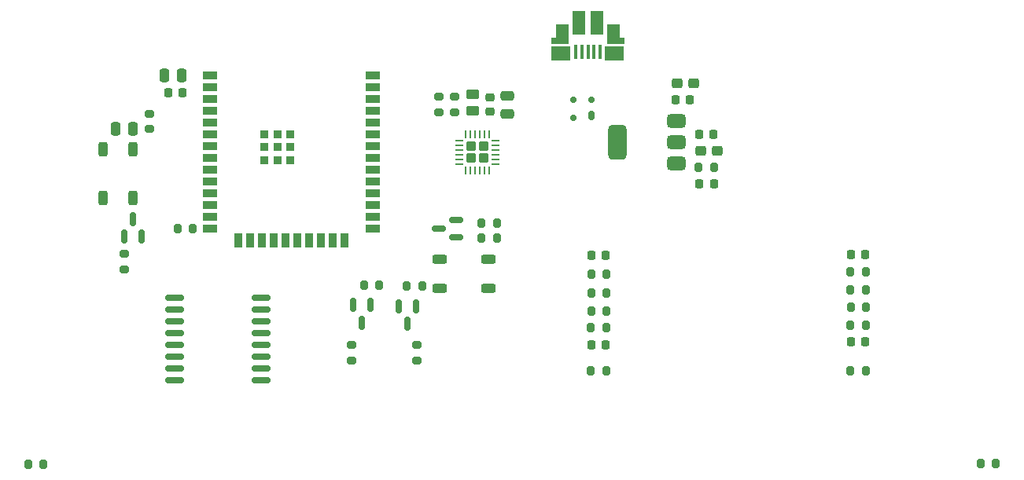
<source format=gbr>
%TF.GenerationSoftware,KiCad,Pcbnew,9.0.2*%
%TF.CreationDate,2025-08-22T17:17:19-07:00*%
%TF.ProjectId,RC,52432e6b-6963-4616-945f-706362585858,rev?*%
%TF.SameCoordinates,Original*%
%TF.FileFunction,Paste,Top*%
%TF.FilePolarity,Positive*%
%FSLAX46Y46*%
G04 Gerber Fmt 4.6, Leading zero omitted, Abs format (unit mm)*
G04 Created by KiCad (PCBNEW 9.0.2) date 2025-08-22 17:17:19*
%MOMM*%
%LPD*%
G01*
G04 APERTURE LIST*
G04 Aperture macros list*
%AMRoundRect*
0 Rectangle with rounded corners*
0 $1 Rounding radius*
0 $2 $3 $4 $5 $6 $7 $8 $9 X,Y pos of 4 corners*
0 Add a 4 corners polygon primitive as box body*
4,1,4,$2,$3,$4,$5,$6,$7,$8,$9,$2,$3,0*
0 Add four circle primitives for the rounded corners*
1,1,$1+$1,$2,$3*
1,1,$1+$1,$4,$5*
1,1,$1+$1,$6,$7*
1,1,$1+$1,$8,$9*
0 Add four rect primitives between the rounded corners*
20,1,$1+$1,$2,$3,$4,$5,0*
20,1,$1+$1,$4,$5,$6,$7,0*
20,1,$1+$1,$6,$7,$8,$9,0*
20,1,$1+$1,$8,$9,$2,$3,0*%
G04 Aperture macros list end*
%ADD10RoundRect,0.150000X-0.150000X0.587500X-0.150000X-0.587500X0.150000X-0.587500X0.150000X0.587500X0*%
%ADD11RoundRect,0.150000X0.150000X-0.587500X0.150000X0.587500X-0.150000X0.587500X-0.150000X-0.587500X0*%
%ADD12RoundRect,0.150000X0.587500X0.150000X-0.587500X0.150000X-0.587500X-0.150000X0.587500X-0.150000X0*%
%ADD13RoundRect,0.225000X-0.225000X-0.250000X0.225000X-0.250000X0.225000X0.250000X-0.225000X0.250000X0*%
%ADD14RoundRect,0.250000X-0.320000X-0.295000X0.320000X-0.295000X0.320000X0.295000X-0.320000X0.295000X0*%
%ADD15RoundRect,0.200000X-0.200000X-0.275000X0.200000X-0.275000X0.200000X0.275000X-0.200000X0.275000X0*%
%ADD16RoundRect,0.250000X0.250000X0.475000X-0.250000X0.475000X-0.250000X-0.475000X0.250000X-0.475000X0*%
%ADD17RoundRect,0.200000X-0.275000X0.200000X-0.275000X-0.200000X0.275000X-0.200000X0.275000X0.200000X0*%
%ADD18RoundRect,0.250000X0.275000X0.275000X-0.275000X0.275000X-0.275000X-0.275000X0.275000X-0.275000X0*%
%ADD19RoundRect,0.062500X0.350000X0.062500X-0.350000X0.062500X-0.350000X-0.062500X0.350000X-0.062500X0*%
%ADD20RoundRect,0.062500X0.062500X0.350000X-0.062500X0.350000X-0.062500X-0.350000X0.062500X-0.350000X0*%
%ADD21RoundRect,0.200000X0.200000X0.275000X-0.200000X0.275000X-0.200000X-0.275000X0.200000X-0.275000X0*%
%ADD22RoundRect,0.375000X0.625000X0.375000X-0.625000X0.375000X-0.625000X-0.375000X0.625000X-0.375000X0*%
%ADD23RoundRect,0.500000X0.500000X1.400000X-0.500000X1.400000X-0.500000X-1.400000X0.500000X-1.400000X0*%
%ADD24RoundRect,0.150000X-0.875000X-0.150000X0.875000X-0.150000X0.875000X0.150000X-0.875000X0.150000X0*%
%ADD25RoundRect,0.250000X-0.525000X-0.250000X0.525000X-0.250000X0.525000X0.250000X-0.525000X0.250000X0*%
%ADD26RoundRect,0.250000X-0.450000X0.262500X-0.450000X-0.262500X0.450000X-0.262500X0.450000X0.262500X0*%
%ADD27RoundRect,0.250000X-0.250000X0.525000X-0.250000X-0.525000X0.250000X-0.525000X0.250000X0.525000X0*%
%ADD28R,1.500000X0.900000*%
%ADD29R,0.900000X1.500000*%
%ADD30R,0.900000X0.900000*%
%ADD31RoundRect,0.225000X0.250000X-0.225000X0.250000X0.225000X-0.250000X0.225000X-0.250000X-0.225000X0*%
%ADD32R,0.400000X1.650000*%
%ADD33R,1.825000X0.700000*%
%ADD34R,2.000000X1.500000*%
%ADD35R,1.350000X2.000000*%
%ADD36R,1.430000X2.500000*%
%ADD37RoundRect,0.225000X0.225000X0.250000X-0.225000X0.250000X-0.225000X-0.250000X0.225000X-0.250000X0*%
%ADD38RoundRect,0.175000X0.175000X0.325000X-0.175000X0.325000X-0.175000X-0.325000X0.175000X-0.325000X0*%
%ADD39RoundRect,0.150000X0.200000X0.150000X-0.200000X0.150000X-0.200000X-0.150000X0.200000X-0.150000X0*%
%ADD40RoundRect,0.200000X0.275000X-0.200000X0.275000X0.200000X-0.275000X0.200000X-0.275000X-0.200000X0*%
%ADD41RoundRect,0.250000X0.475000X-0.250000X0.475000X0.250000X-0.475000X0.250000X-0.475000X-0.250000X0*%
%ADD42RoundRect,0.218750X-0.218750X-0.256250X0.218750X-0.256250X0.218750X0.256250X-0.218750X0.256250X0*%
G04 APERTURE END LIST*
D10*
%TO.C,Q4*%
X119375000Y-70383400D03*
X117475000Y-70383400D03*
X118425000Y-72258400D03*
%TD*%
%TO.C,Q3*%
X113501300Y-72108300D03*
X112551300Y-70233300D03*
X114451300Y-70233300D03*
%TD*%
D11*
%TO.C,Q1*%
X87950000Y-62862700D03*
X89850000Y-62862700D03*
X88900000Y-60987700D03*
%TD*%
D12*
%TO.C,Q2*%
X123721100Y-62926000D03*
X123721100Y-61026000D03*
X121846100Y-61976000D03*
%TD*%
D13*
%TO.C,C12*%
X149847000Y-51816000D03*
X151397000Y-51816000D03*
%TD*%
D14*
%TO.C,C1*%
X147446000Y-46355000D03*
X149226000Y-46355000D03*
%TD*%
D15*
%TO.C,R13*%
X166118300Y-66650200D03*
X167768300Y-66650200D03*
%TD*%
D13*
%TO.C,C8*%
X166181300Y-64770600D03*
X167731300Y-64770600D03*
%TD*%
D15*
%TO.C,R15*%
X166143700Y-70485600D03*
X167793700Y-70485600D03*
%TD*%
D13*
%TO.C,C11*%
X138226200Y-74549000D03*
X139776200Y-74549000D03*
%TD*%
%TO.C,C9*%
X166167500Y-74168600D03*
X167717500Y-74168600D03*
%TD*%
D15*
%TO.C,R19*%
X138202400Y-68910200D03*
X139852400Y-68910200D03*
%TD*%
D16*
%TO.C,C7*%
X88895000Y-51231800D03*
X86995000Y-51231800D03*
%TD*%
D17*
%TO.C,R4*%
X90678000Y-49594000D03*
X90678000Y-51244000D03*
%TD*%
D18*
%TO.C,U2*%
X126608600Y-54408800D03*
X126608600Y-53108800D03*
X125308600Y-54408800D03*
X125308600Y-53108800D03*
D19*
X127896100Y-55008800D03*
X127896100Y-54508800D03*
X127896100Y-54008800D03*
X127896100Y-53508800D03*
X127896100Y-53008800D03*
X127896100Y-52508800D03*
D20*
X127208600Y-51821300D03*
X126708600Y-51821300D03*
X126208600Y-51821300D03*
X125708600Y-51821300D03*
X125208600Y-51821300D03*
X124708600Y-51821300D03*
D19*
X124021100Y-52508800D03*
X124021100Y-53008800D03*
X124021100Y-53508800D03*
X124021100Y-54008800D03*
X124021100Y-54508800D03*
X124021100Y-55008800D03*
D20*
X124708600Y-55696300D03*
X125208600Y-55696300D03*
X125708600Y-55696300D03*
X126208600Y-55696300D03*
X126708600Y-55696300D03*
X127208600Y-55696300D03*
%TD*%
D21*
%TO.C,R16*%
X167768300Y-72365200D03*
X166118300Y-72365200D03*
%TD*%
D15*
%TO.C,R20*%
X138202400Y-70840600D03*
X139852400Y-70840600D03*
%TD*%
D22*
%TO.C,U3*%
X147345800Y-54954200D03*
D23*
X141045800Y-52654200D03*
D22*
X147345800Y-52654200D03*
X147345800Y-50354200D03*
%TD*%
D24*
%TO.C,U5*%
X93392200Y-69443600D03*
X93392200Y-70713600D03*
X93392200Y-71983600D03*
X93392200Y-73253600D03*
X93392200Y-74523600D03*
X93392200Y-75793600D03*
X93392200Y-77063600D03*
X93392200Y-78333600D03*
X102692200Y-78333600D03*
X102692200Y-77063600D03*
X102692200Y-75793600D03*
X102692200Y-74523600D03*
X102692200Y-73253600D03*
X102692200Y-71983600D03*
X102692200Y-70713600D03*
X102692200Y-69443600D03*
%TD*%
D17*
%TO.C,R2*%
X123520200Y-47790600D03*
X123520200Y-49440600D03*
%TD*%
D25*
%TO.C,BOOT1*%
X121894600Y-65257600D03*
X127144600Y-65257600D03*
X121894600Y-68457600D03*
X127144600Y-68457600D03*
%TD*%
D15*
%TO.C,R25*%
X149797000Y-55372000D03*
X151447000Y-55372000D03*
%TD*%
D26*
%TO.C,R1*%
X125450600Y-47498000D03*
X125450600Y-49323000D03*
%TD*%
D15*
%TO.C,R18*%
X138202400Y-66878200D03*
X139852400Y-66878200D03*
%TD*%
D13*
%TO.C,C10*%
X138252200Y-64891000D03*
X139802200Y-64891000D03*
%TD*%
D15*
%TO.C,R22*%
X138177000Y-77343000D03*
X139827000Y-77343000D03*
%TD*%
D27*
%TO.C,RESET1*%
X88900000Y-53416200D03*
X88900000Y-58666200D03*
X85700000Y-53416200D03*
X85700000Y-58666200D03*
%TD*%
D28*
%TO.C,U1*%
X97172400Y-45504200D03*
X97172400Y-46774200D03*
X97172400Y-48044200D03*
X97172400Y-49314200D03*
X97172400Y-50584200D03*
X97172400Y-51854200D03*
X97172400Y-53124200D03*
X97172400Y-54394200D03*
X97172400Y-55664200D03*
X97172400Y-56934200D03*
X97172400Y-58204200D03*
X97172400Y-59474200D03*
X97172400Y-60744200D03*
X97172400Y-62014200D03*
D29*
X100207400Y-63264200D03*
X101477400Y-63264200D03*
X102747400Y-63264200D03*
X104017400Y-63264200D03*
X105287400Y-63264200D03*
X106557400Y-63264200D03*
X107827400Y-63264200D03*
X109097400Y-63264200D03*
X110367400Y-63264200D03*
X111637400Y-63264200D03*
D28*
X114672400Y-62014200D03*
X114672400Y-60744200D03*
X114672400Y-59474200D03*
X114672400Y-58204200D03*
X114672400Y-56934200D03*
X114672400Y-55664200D03*
X114672400Y-54394200D03*
X114672400Y-53124200D03*
X114672400Y-51854200D03*
X114672400Y-50584200D03*
X114672400Y-49314200D03*
X114672400Y-48044200D03*
X114672400Y-46774200D03*
X114672400Y-45504200D03*
D30*
X105822400Y-51824200D03*
X104422400Y-51824200D03*
X103022400Y-51824200D03*
X105822400Y-53224200D03*
X104422400Y-53224200D03*
X103022400Y-53224200D03*
X105822400Y-54624200D03*
X104422400Y-54624200D03*
X103022400Y-54624200D03*
%TD*%
D31*
%TO.C,C4*%
X127330200Y-49416000D03*
X127330200Y-47866000D03*
%TD*%
D15*
%TO.C,R23*%
X77598000Y-87376000D03*
X79248000Y-87376000D03*
%TD*%
D32*
%TO.C,J1*%
X139176400Y-42977200D03*
X138526400Y-42977200D03*
X137876400Y-42977200D03*
X137226400Y-42977200D03*
X136576400Y-42977200D03*
D33*
X140826400Y-41777200D03*
D34*
X140726400Y-43077200D03*
D35*
X140606400Y-41027200D03*
D36*
X138836400Y-39827200D03*
X136916400Y-39827200D03*
D35*
X135126400Y-41027200D03*
D34*
X134976400Y-43097200D03*
D33*
X134876400Y-41777200D03*
%TD*%
D37*
%TO.C,C6*%
X94218800Y-47371000D03*
X92668800Y-47371000D03*
%TD*%
D15*
%TO.C,R17*%
X166118300Y-77343000D03*
X167768300Y-77343000D03*
%TD*%
D14*
%TO.C,C2*%
X149985000Y-53594000D03*
X151765000Y-53594000D03*
%TD*%
D15*
%TO.C,R9*%
X118378300Y-68148200D03*
X120028300Y-68148200D03*
%TD*%
D13*
%TO.C,C13*%
X147308000Y-48133000D03*
X148858000Y-48133000D03*
%TD*%
D38*
%TO.C,D1*%
X138261600Y-49811500D03*
D39*
X138261600Y-48111500D03*
X136261600Y-48111500D03*
X136261600Y-50011500D03*
%TD*%
D16*
%TO.C,C5*%
X94168000Y-45491400D03*
X92268000Y-45491400D03*
%TD*%
D15*
%TO.C,R24*%
X180136800Y-87299800D03*
X181786800Y-87299800D03*
%TD*%
D40*
%TO.C,R3*%
X121843800Y-49452800D03*
X121843800Y-47802800D03*
%TD*%
%TO.C,R11*%
X119406500Y-76199000D03*
X119406500Y-74549000D03*
%TD*%
D15*
%TO.C,R10*%
X113742200Y-68122800D03*
X115392200Y-68122800D03*
%TD*%
%TO.C,R14*%
X166118300Y-68631400D03*
X167768300Y-68631400D03*
%TD*%
D41*
%TO.C,C3*%
X129209800Y-49616400D03*
X129209800Y-47716400D03*
%TD*%
D15*
%TO.C,R5*%
X126415800Y-61391800D03*
X128065800Y-61391800D03*
%TD*%
D40*
%TO.C,R6*%
X87935200Y-66382400D03*
X87935200Y-64732400D03*
%TD*%
D21*
%TO.C,R8*%
X128066800Y-63042800D03*
X126416800Y-63042800D03*
%TD*%
D17*
%TO.C,R12*%
X112395000Y-74549000D03*
X112395000Y-76199000D03*
%TD*%
D21*
%TO.C,R7*%
X95325200Y-61950600D03*
X93675200Y-61950600D03*
%TD*%
D42*
%TO.C,D2*%
X149860000Y-57150000D03*
X151435000Y-57150000D03*
%TD*%
D21*
%TO.C,R21*%
X139827000Y-72644000D03*
X138177000Y-72644000D03*
%TD*%
M02*

</source>
